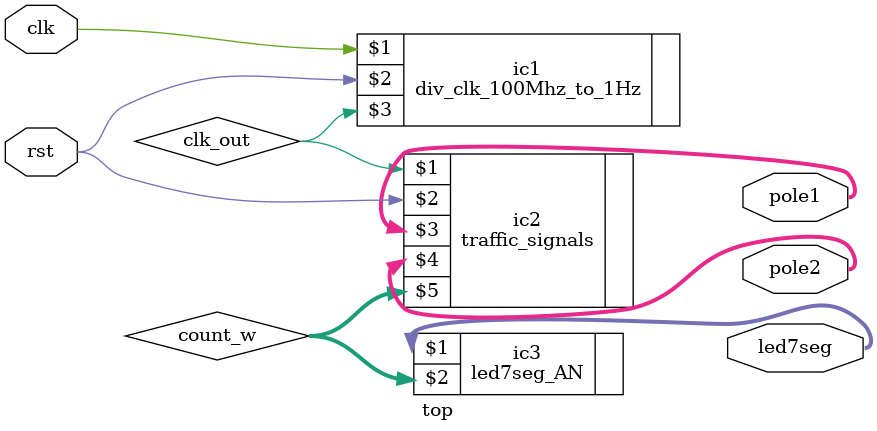
<source format=v>
`timescale 1ns / 1ps


module top(clk,rst,pole1,pole2,led7seg);
input clk,rst;
output [2:0] pole1, pole2;
output [6:0] led7seg;

wire clk_out;
wire [3:0] count_w;
div_clk_100Mhz_to_1Hz ic1(clk,rst,clk_out);
traffic_signals ic2(clk_out,rst,pole1,pole2,count_w);
led7seg_AN ic3(led7seg,count_w);
endmodule

</source>
